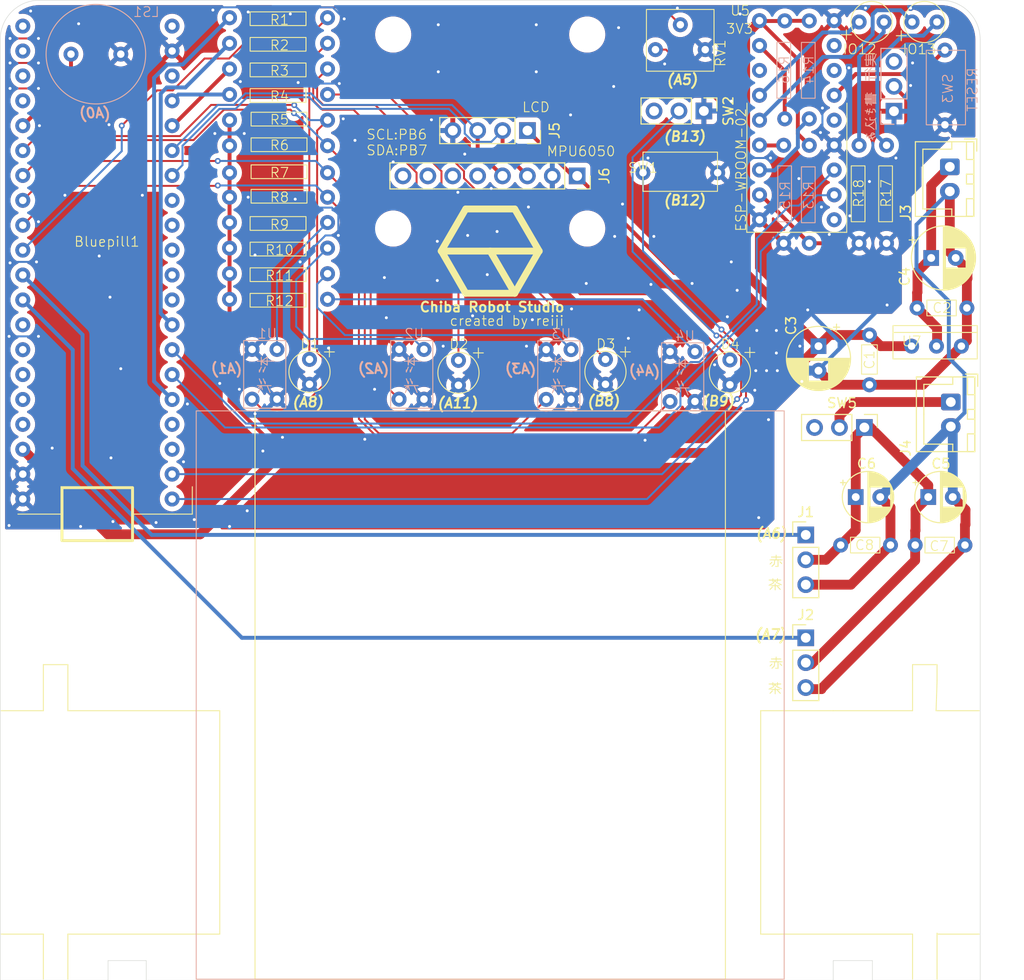
<source format=kicad_pcb>
(kicad_pcb (version 20240108) (generator "pcbnew") (generator_version "8.0")
  (layers (0 "F.Cu" signal) (31 "B.Cu" signal) (34 "B.Paste" user) (35 "F.Paste" user) (36 "B.SilkS" user "B.Silkscreen") (37 "F.SilkS" user "F.Silkscreen") (38 "B.Mask" user) (39 "F.Mask" user) (44 "Edge.Cuts" user))
  (net 0 "")
  (net 1 "Net-(Bluepill1-A10)")
  (net 2 "Net-(Bluepill1-A0)")
  (net 3 "Net-(Bluepill1-A1)")
  (net 5 "Net-(Bluepill1-B12)")
  (net 6 "Net-(Bluepill1-B13)")
  (net 7 "Net-(Bluepill1-B9)")
  (net 8 "GND")
  (net 9 "Net-(Bluepill1-A4)")
  (net 12 "Net-(Bluepill1-A3)")
  (net 14 "Net-(Bluepill1-B6)")
  (net 15 "Net-(Bluepill1-A2)")
  (net 16 "Net-(Bluepill1-A11)")
  (net 18 "Net-(Bluepill1-A5)")
  (net 20 "+3.3V")
  (net 23 "Net-(Bluepill1-A6)")
  (net 24 "Net-(Bluepill1-A7)")
  (net 25 "+6V")
  (net 26 "Net-(D1-A)")
  (net 27 "Net-(D2-A)")
  (net 28 "Net-(D3-A)")
  (net 29 "Net-(D4-A)")
  (net 30 "Net-(U1-A)")
  (net 31 "Net-(U2-A)")
  (net 32 "Net-(U3-A)")
  (net 33 "Net-(U4-A)")
  (net 35 "Net-(Bluepill1-B8)")
  (net 36 "Net-(Bluepill1-A8)")
  (net 37 "Net-(Bluepill1-B7)")
  (net 38 "Net-(Bluepill1-A9)")
  (net 39 "+4V")
  (net 40 "Net-(D5-A)")
  (net 41 "Net-(D6-A)")
  (net 46 "Net-(SW4-B)")
  (net 47 "Net-(U5-IO2)")
  (net 48 "Net-(U5-IO15)")
  (net 49 "Net-(U5-EN)")
  (net 50 "Net-(U5-RST)")
  (net 57 "Net-(J4-Pin_1)")
  (net 59 "Net-(D5-K)")
  (net 60 "Net-(D6-K)")
  (footprint "Connector_PinSocket_2.54mm:PinSocket_1x04_P2.54mm_Vertical" (layer "F.Cu") (at 83.8 33.3 -90)
    (property "Reference" "J5")
    (property "Value" "Conn_01x04_Socket")
  )
  (footprint "Line_follower_robot:resistor_10mm" (layer "F.Cu") (at 63.4 34.844 180)
    (property "Reference" "R6")
    (property "Value" "10k")
  )
  (footprint "Line_follower_robot:LED_2.54mm" (layer "F.Cu") (at 117.648888 22.218888)
    (property "Reference" "IO12")
    (property "Value" "LED")
  )
  (footprint "Connector_PinHeader_2.54mm:PinHeader_1x03_P2.54mm_Vertical" (layer "F.Cu") (at 112.2 85.06)
    (property "Reference" "J2")
    (property "Value" "Conn_01x03")
  )
  (footprint "Capacitor_THT:CP_Radial_D5.0mm_P2.50mm" (layer "F.Cu") (at 117.3 70.7)
    (property "Reference" "C6")
    (property "Value" "100u")
  )
  (footprint "Line_follower_robot:blue pill" (layer "F.Cu") (at 32.3 22.64)
    (property "Reference" "Bluepill1")
    (property "Value" "~")
  )
  (footprint "Line_follower_robot:resistor_10mm" (layer "F.Cu") (at 53.4 24.396)
    (property "Reference" "R2")
    (property "Value" "440")
  )
  (footprint "Connector_PinSocket_2.54mm:PinSocket_1x08_P2.54mm_Vertical" (layer "F.Cu") (at 88.875 37.925 -90)
    (property "Reference" "J6")
    (property "Value" "Conn_01x08_Socket")
  )
  (footprint "Line_follower_robot:resistor_10mm" (layer "F.Cu") (at 63.4 40.1 180)
    (property "Reference" "R8")
    (property "Value" "10k")
  )
  (footprint "MountingHole:MountingHole_3.2mm_M3" (layer "F.Cu") (at 35 84)
    (property "Reference" "REF**" (hide yes))
    (property "Value" "MountingHole_3.2mm_M3" (hide yes))
  )
  (footprint "Connector_JST:JST_XH_B2B-XH-A_1x02_P2.50mm_Vertical" (layer "F.Cu") (at 126.9 37 -90)
    (property "Reference" "J3")
    (property "Value" "Conn_01x02")
  )
  (footprint "Line_follower_robot:resistor_10mm" (layer "F.Cu") (at 53.4 50.516)
    (property "Reference" "R12")
    (property "Value" "100")
  )
  (footprint "Capacitor_THT:CP_Radial_D6.3mm_P2.50mm" (layer "F.Cu") (at 113.5 55.3 -90)
    (property "Reference" "C3")
    (property "Value" "10u")
  )
  (footprint "MountingHole:MountingHole_3.2mm_M3" (layer "F.Cu") (at 89.9 23.5)
    (property "Reference" "REF**" (hide yes))
    (property "Value" "MountingHole_3.2mm_M3" (hide yes))
  )
  (footprint "Line_follower_robot:LED_2.54mm" (layer "F.Cu") (at 123.048888 22.218888)
    (property "Reference" "IO13")
    (property "Value" "LED")
  )
  (footprint "Line_follower_robot:LED_2.54mm" (layer "F.Cu") (at 76.758888 56.748888 -90)
    (property "Reference" "D2")
    (property "Value" "LED")
  )
  (footprint "Connector_PinHeader_2.54mm:PinHeader_1x03_P2.54mm_Vertical" (layer "F.Cu") (at 118.18 63.6 -90)
    (property "Reference" "SW5")
    (property "Value" "SW_SPDT_321")
  )
  (footprint "Line_follower_robot:tact_switch" (layer "F.Cu") (at 95.59 37.6)
    (property "Reference" "SW1")
    (property "Value" "SW_Push")
  )
  (footprint "Connector_PinHeader_2.54mm:PinHeader_1x03_P2.54mm_Vertical" (layer "F.Cu") (at 112.2 74.56)
    (property "Reference" "J1")
    (property "Value" "Conn_01x03")
  )
  (footprint "Line_follower_robot:LED_2.54mm" (layer "F.Cu") (at 61.558888 56.648888 -90)
    (property "Reference" "D1")
    (property "Value" "LED")
  )
  (footprint "Line_follower_robot:LED_2.54mm" (layer "F.Cu") (at 91.758888 56.648888 -90)
    (property "Reference" "D3")
    (property "Value" "LED")
  )
  (footprint "Line_follower_robot:resistor_10mm" (layer "F.Cu") (at 117.644 34.8 -90)
    (property "Reference" "R18")
    (property "Value" "440")
  )
  (footprint "Connector_JST:JST_XH_B2B-XH-A_1x02_P2.50mm_Vertical" (layer "F.Cu") (at 127 61 -90)
    (property "Reference" "J4")
    (property "Value" "Conn_01x02")
  )
  (footprint "Line_follower_robot:Potentionmeter" (layer "F.Cu") (at 101.94 25.04 180)
    (property "Reference" "RV1")
    (property "Value" "R_Potentiometer")
  )
  (footprint "Line_follower_robot:resistor_10mm" (layer "F.Cu") (at 53.4 42.68)
    (property "Reference" "R9")
    (property "Value" "100")
  )
  (footprint "Line_follower_robot:3v3regulator" (layer "F.Cu") (at 123 55.3)
    (property "Reference" "U7")
    (property "Value" "AZ1117-3.3")
  )
  (footprint "Line_follower_robot:LED_2.54mm" (layer "F.Cu") (at 104.458888 56.7 -90)
    (property "Reference" "D4")
    (property "Value" "LED")
  )
  (footprint "Line_follower_robot:esp32_wroom_02" (layer "F.Cu") (at 107.48 22.08)
    (property "Reference" "U5")
    (property "Value" "esp_wroom_02")
  )
  (footprint "Line_follower_robot:capa_5.1" (layer "F.Cu") (at 123.56 51.4)
    (property "Reference" "C2")
    (property "Value" "0.1u")
  )
  (footprint "Line_follower_robot:resistor_10mm" (layer "F.Cu") (at 63.4 37.6 180)
    (property "Reference" "R7")
    (property "Value" "10k")
  )
  (footprint "Capacitor_THT:CP_Radial_D5.0mm_P2.50mm" (layer "F.Cu") (at 124.7 70.7)
    (property "Reference" "C5")
    (property "Value" "100u")
  )
  (footprint "MountingHole:MountingHole_3.2mm_M3" (layer "F.Cu") (at 125 84)
    (property "Reference" "REF**" (hide yes))
    (property "Value" "MountingHole_3.2mm_M3")
  )
  (footprint "Line_follower_robot:resistor_10mm" (layer "F.Cu") (at 63.4 32.232 180)
    (property "Reference" "R5")
    (property "Value" "10k")
  )
  (footprint "Line_follower_robot:resistor_10mm" (layer "F.Cu") (at 53.4 27.008)
    (property "Reference" "R3")
    (property "Value" "440")
  )
  (footprint "MountingHole:MountingHole_3.2mm_M3" (layer "F.Cu") (at 89.9 43.3)
    (property "Reference" "REF**" (hide yes))
    (property "Value" "MountingHole_3.2mm_M3" (hide yes))
  )
  (footprint "MountingHole:MountingHole_3.2mm_M3" (layer "F.Cu") (at 70.1 23.5)
    (property "Reference" "REF**" (hide yes))
    (property "Value" "MountingHole_3.2mm_M3" (hide yes))
  )
  (footprint "Line_follower_robot:resistor_10mm" (layer "F.Cu") (at 53.4 47.904)
    (property "Reference" "R11")
    (property "Value" "100")
  )
  (footprint "Connector_PinHeader_2.54mm:PinHeader_1x03_P2.54mm_Vertical" (layer "F.Cu") (at 101.8 31.3 -90)
    (property "Reference" "SW2")
    (property "Value" "SW_SPDT_321")
  )
  (footprint "Line_follower_robot:capa_5.1" (layer "F.Cu") (at 115.765112 75.6)
    (property "Reference" "C8")
    (property "Value" "0.1u")
  )
  (footprint "Line_follower_robot:resistor_10mm" (layer "F.Cu") (at 53.4 21.784)
    (property "Reference" "R1")
    (property "Value" "440")
  )
  (footprint "Line_follower_robot:resistor_10mm" (layer "F.Cu") (at 120.444 34.8 -90)
    (property "Reference" "R17")
    (property "Value" "440")
  )
  (footprint "Capacitor_THT:CP_Radial_D6.3mm_P2.50mm" (layer "F.Cu") (at 125 46.3)
    (property "Reference" "C4")
    (property "Value" "10u")
  )
  (footprint "Line_follower_robot:resistor_10mm" (layer "F.Cu") (at 53.4 29.62)
    (property "Reference" "R4")
    (property "Value" "440")
  )
  (footprint "Line_follower_robot:capa_5.1" (layer "F.Cu") (at 123.365112 75.6)
    (property "Reference" "C7")
    (property "Value" "0.1u")
  )
  (footprint "Line_follower_robot:capa_5.1" (layer "F.Cu") (at 118.7 54.16 -90)
    (property "Reference" "C1")
    (property "Value" "0.1u")
  )
  (footprint "Line_follower_robot:resistor_10mm" (layer "F.Cu") (at 53.4 45.292)
    (property "Reference" "R10")
    (property "Value" "100")
  )
  (footprint "MountingHole:MountingHole_3.2mm_M3" (layer "F.Cu") (at 70.1 43.3)
    (property "Reference" "REF**" (hide yes))
    (property "Value" "MountingHole_3.2mm_M3" (hide yes))
  )
  (footprint "Line_follower_robot:resistor_10mm" (layer "B.Cu") (at 109.944 34.8 -90)
    (property "Reference" "R15")
    (property "Value" "10k")
  )
  (footprint "Line_follower_robot:photo_refrector" (layer "B.Cu") (at 88.25 55.65 180)
    (property "Reference" "U3")
    (property "Value" "BPR-105F")
  )
  (footprint "Line_follower_robot:resistor_10mm" (layer "B.Cu") (at 110.056 32.1 90)
    (property "Reference" "R16")
    (property "Value" "10k")
  )
  (footprint "Line_follower_robot:photo_refrector" (layer "B.Cu") (at 58.24 55.63 180)
    (property "Reference" "U1")
    (property "Value" "BPR-105F")
  )
  (footprint "Connector_PinHeader_2.54mm:PinHeader_1x03_P2.54mm_Vertical" (layer "B.Cu") (at 121.2 31.325)
    (property "Reference" "SW4" (hide yes))
    (property "Value" "SW_SPDT_321")
  )
  (footprint "Line_follower_robot:resistor_10mm" (layer "B.Cu") (at 112.556 32.1 90)
    (property "Reference" "R14")
    (property "Value" "10k")
  )
  (footprint "Line_follower_robot:photo_refrector" (layer "B.Cu") (at 73.24 55.63 180)
    (property "Reference" "U2")
    (property "Value" "BPR-105F")
  )
  (footprint "Line_follower_robot:my_speaker" (layer "B.Cu") (at 42.3 25.5 180)
    (property "Reference" "LS1")
    (property "Value" "Speaker")
  )
  (footprint "Line_follower_robot:tact_switch" (layer "B.Cu") (at 126.4 32.71 90)
    (property "Reference" "SW3")
    (property "Value" "SW_Push")
  )
  (footprint "Line_follower_robot:photo_refrector" (layer "B.Cu") (at 100.89 55.86 180)
    (property "Reference" "U4")
    (property "Value" "BPR-105F")
  )
  (footprint "Line_follower_robot:resistor_10mm" (layer "B.Cu") (at 112.556 44.8 90)
    (property "Reference" "R13")
    (property "Value" "10k")
  )
  (gr_rect (start 50 61.9) (end 110 119.9) (stroke (width 0.1)) (fill none) (layer "B.SilkS"))
  (gr_line (start 82.5 49.9) (end 84.95 45.65) (stroke (width 0.7)) (layer "F.SilkS"))
  (gr_line (start 116.38 41.98) (end 116.4 30.5) (stroke (width 0.1)) (layer "F.SilkS"))
  (gr_line (start 106.18 41.88) (end 106.2 30.5) (stroke (width 0.1)) (layer "F.SilkS"))
  (gr_line (start 82.5 49.9) (end 80 45.6) (stroke (width 0.7)) (layer "F.SilkS"))
  (gr_line (start 52.4 92.5) (end 52.4 115.3) (stroke (width 0.1)) (layer "F.SilkS"))
  (gr_line (start 77.5 49.9) (end 75.049982 45.65001) (stroke (width 0.7)) (layer "F.SilkS"))
  (gr_line (start 34.4 92.5) (end 34.4 87.8) (stroke (width 0.1)) (layer "F.SilkS"))
  (gr_line (start 34.4 92.5) (end 30.1 92.5) (stroke (width 0.1)) (layer "F.SilkS"))
  (gr_line (start 36.9 115.3) (end 36.9 119.9) (stroke (width 0.1)) (layer "F.SilkS"))
  (gr_line (start 36.9 92.5) (end 52.4 92.5) (stroke (width 0.1)) (layer "F.SilkS"))
  (gr_line (start 107.6 92.5) (end 115 92.5) (stroke (width 0.1)) (layer "F.SilkS"))
  (gr_line (start 75 45.6) (end 77.5 41.3) (stroke (width 0.7)) (layer "F.SilkS"))
  (gr_line (start 125.6 87.8) (end 125.6 89.4) (stroke (width 0.1)) (layer "F.SilkS"))
  (gr_line (start 123.1 89.4) (end 123.1 87.8) (stroke (width 0.1)) (layer "F.SilkS"))
  (gr_line (start 129.9 115.3) (end 125.6 115.3) (stroke (width 0.1)) (layer "F.SilkS"))
  (gr_line (start 123.1 92.5) (end 123.1 89.4) (stroke (width 0.1)) (layer "F.SilkS"))
  (gr_line (start 52.4 115.3) (end 36.9 115.3) (stroke (width 0.1)) (layer "F.SilkS"))
  (gr_line (start 125.5 92.5) (end 129.9 92.5) (stroke (width 0.1)) (layer "F.SilkS"))
  (gr_line (start 75 45.6) (end 85 45.6) (stroke (width 0.7)) (layer "F.SilkS"))
  (gr_line (start 34.4 119.9) (end 34.4 115.3) (stroke (width 0.1)) (layer "F.SilkS"))
  (gr_line (start 34.4 87.8) (end 36.9 87.8) (stroke (width 0.1)) (layer "F.SilkS"))
  (gr_rect (start 56 61.9) (end 104 119.9) (stroke (width 0.1)) (fill none) (layer "F.SilkS"))
  (gr_line (start 77.5 49.9) (end 82.5 49.9) (stroke (width 0.7)) (layer "F.SilkS"))
  (gr_line (start 123.1 119.9) (end 123.1 115.3) (stroke (width 0.1)) (layer "F.SilkS"))
  (gr_line (start 34.4 115.3) (end 30.1 115.3) (stroke (width 0.1)) (layer "F.SilkS"))
  (gr_line (start 123.1 87.8) (end 125.6 87.8) (stroke (width 0.1)) (layer "F.SilkS"))
  (gr_line (start 115 92.5) (end 123.1 92.5) (stroke (width 0.1)) (layer "F.SilkS"))
  (gr_line (start 85 45.6) (end 82.499964 41.300021) (stroke (width 0.7)) (layer "F.SilkS"))
  (gr_line (start 125.6 115.2) (end 125.6 119.9) (stroke (width 0.1)) (layer "F.SilkS"))
  (gr_line (start 107.6 115.3) (end 107.6 92.5) (stroke (width 0.1)) (layer "F.SilkS"))
  (gr_line (start 125.6 89.4) (end 125.5 92.5) (stroke (width 0.1)) (layer "F.SilkS"))
  (gr_line (start 123.1 115.3) (end 107.6 115.3) (stroke (width 0.1)) (layer "F.SilkS"))
  (gr_line (start 36.9 87.8) (end 36.9 92.5) (stroke (width 0.1)) (layer "F.SilkS"))
  (gr_line (start 77.5 41.3) (end 82.5 41.3) (stroke (width 0.7)) (layer "F.SilkS"))
  (gr_line (start 30 120) (end 41 120) (stroke (width 0.05)) (layer "Edge.Cuts"))
  (gr_line (start 130 92.5) (end 130 24) (stroke (width 0.05)) (layer "Edge.Cuts"))
  (gr_arc (start 126 20) (mid 128.828427 21.171573) (end 130 24) (stroke (width 0.05)) (layer "Edge.Cuts"))
  (gr_line (start 30 92.5) (end 30 24) (stroke (width 0.05)) (layer "Edge.Cuts"))
  (gr_line (start 115 118) (end 115 120) (stroke (width 0.05)) (layer "Edge.Cuts"))
  (gr_line (start 119 118) (end 115 118) (stroke (width 0.05)) (layer "Edge.Cuts"))
  (gr_line (start 130 120) (end 130 92.5) (stroke (width 0.05)) (layer "Edge.Cuts"))
  (gr_line (start 44.9 120) (end 44.9 118) (stroke (width 0.05)) (layer "Edge.Cuts"))
  (gr_line (start 44.9 118) (end 41 118) (stroke (width 0.05)) (layer "Edge.Cuts"))
  (gr_line (start 119 120) (end 119 118) (stroke (width 0.05)) (layer "Edge.Cuts"))
  (gr_arc (start 30 24) (mid 31.171573 21.171573) (end 34 20) (stroke (width 0.05)) (layer "Edge.Cuts"))
  (gr_line (start 30 120) (end 30 92.5) (stroke (width 0.05)) (layer "Edge.Cuts"))
  (gr_line (start 119 120) (end 130 120) (stroke (width 0.05)) (layer "Edge.Cuts"))
  (gr_line (start 34 20) (end 126 20) (stroke (width 0.05)) (layer "Edge.Cuts"))
  (gr_line (start 41 118) (end 41 120) (stroke (width 0.05)) (layer "Edge.Cuts"))
  (gr_line (start 44.9 120) (end 115 120) (stroke (width 0.05)) (layer "Edge.Cuts"))
  (gr_text "RESET" (at 129.8 26.8 90) (layer "B.SilkS") (effects (font (size 1 1) (thickness 0.1)) (justify left bottom mirror)))
  (gr_text "(A4)" (at 97.49 58.41 0) (layer "B.SilkS") (effects (font (size 1 1) (thickness 0.2) (bold yes) (italic yes)) (justify left bottom mirror)))
  (gr_text "(A1)" (at 54.84 58.18 0) (layer "B.SilkS") (effects (font (size 1 1) (thickness 0.2) (bold yes) (italic yes)) (justify left bottom mirror)))
  (gr_text "(A3)" (at 84.85 58.2 0) (layer "B.SilkS") (effects (font (size 1 1) (thickness 0.2) (bold yes) (italic yes)) (justify left bottom mirror)))
  (gr_text "(A0)" (at 41.4 32.1 0) (layer "B.SilkS") (effects (font (size 1 1) (thickness 0.2) (bold yes) (italic yes)) (justify left bottom mirror)))
  (gr_text "実行　書き込み" (at 119.5 25.3 90) (layer "B.SilkS") (effects (font (size 1 1) (thickness 0.1)) (justify left bottom mirror)))
  (gr_text "(A2)" (at 69.84 58.18 0) (layer "B.SilkS") (effects (font (size 1 1) (thickness 0.2) (bold yes) (italic yes)) (justify left bottom mirror)))
  (gr_text "(B13)" (at 97.6 34.5 0) (layer "F.SilkS") (effects (font (size 1 1) (thickness 0.2) (bold yes) (italic yes)) (justify left bottom)))
  (gr_text "(A5)" (at 97.9 28.7 0) (layer "F.SilkS") (effects (font (size 1 1) (thickness 0.2) (bold yes) (italic yes)) (justify left bottom)))
  (gr_text "Chiba Robot Studio" (at 72.7 51.9 0) (layer "F.SilkS") (effects (font (size 1 1) (thickness 0.2) (bold yes)) (justify left bottom)))
  (gr_text "LCD" (at 83.2 31.5 0) (layer "F.SilkS") (effects (font (size 1 1) (thickness 0.1)) (justify left bottom)))
  (gr_text "赤" (at 108.4 77.9 0) (layer "F.SilkS") (effects (font (size 1 1) (thickness 0.1)) (justify left bottom)))
  (gr_text "(B12)" (at 97.6 41 0) (layer "F.SilkS") (effects (font (size 1 1) (thickness 0.2) (bold yes) (italic yes)) (justify left bottom)))
  (gr_text "(B8)" (at 89.8 61.5 0) (layer "F.SilkS") (effects (font (size 1 1) (thickness 0.2) (bold yes) (italic yes)) (justify left bottom)))
  (gr_text "赤" (at 108.4 88.3 0) (layer "F.SilkS") (effects (font (size 1 1) (thickness 0.1)) (justify left bottom)))
  (gr_text "(B9)" (at 101.5 61.5 0) (layer "F.SilkS") (effects (font (size 1 1) (thickness 0.2) (bold yes) (italic yes)) (justify left bottom)))
  (gr_text "created by reiji" (at 75.8 53.3 0) (layer "F.SilkS") (effects (font (size 1 1) (thickness 0.1)) (justify left bottom)))
  (gr_text "(A8)" (at 59.7 61.6 0) (layer "F.SilkS") (effects (font (size 1 1) (thickness 0.2) (bold yes) (italic yes)) (justify left bottom)))
  (gr_text "ESP-WROOM-02" (at 106.18 43.68 90) (layer "F.SilkS") (effects (font (size 1 1) (thickness 0.1)) (justify left bottom)))
  (gr_text "(A11)" (at 74.5 61.7 0) (layer "F.SilkS") (effects (font (size 1 1) (thickness 0.2) (bold yes) (italic yes)) (justify left bottom)))
  (gr_text "茶" (at 108.3 80.3 0) (layer "F.SilkS") (effects (font (size 1 1) (thickness 0.1)) (justify left bottom)))
  (gr_text "3V3" (at 104 23.5 0) (layer "F.SilkS") (effects (font (size 1 1) (thickness 0.1)) (justify left bottom)))
  (gr_text "MPU6050" (at 85.7 36 0) (layer "F.SilkS") (effects (font (size 1 1) (thickness 0.1)) (justify left bottom)))
  (gr_text "(A6)" (at 107 75 0) (layer "F.SilkS") (effects (font (size 1 1) (thickness 0.2) (bold yes) (italic yes)) (justify left bottom)))
  (gr_text "(A7)" (at 106.9 85.3 0) (layer "F.SilkS") (effects (font (size 1 1) (thickness 0.2) (bold yes) (italic yes)) (justify left bottom)))
  (gr_text "茶" (at 108.3 90.9 0) (layer "F.SilkS") (effects (font (size 1 1) (thickness 0.1)) (justify left bottom)))
  (gr_text "SCL:PB6\nSDA:PB7" (at 67.3 35.9 0) (layer "F.SilkS") (effects (font (size 1 1) (thickness 0.1)) (justify left bottom)))
  (segment (start 107.2 51.051895) (end 101.329895 56.922) (width 0.2) (layer "B.Cu") (net 1))
  (segment (start 101.329895 56.922) (end 100.450105 56.922) (width 0.2) (layer "B.Cu") (net 1))
  (segment (start 55.08 63.2) (end 47.54 55.66) (width 0.2) (layer "B.Cu") (net 1))
  (segment (start 100.450105 56.922) (end 94.172105 63.2) (width 0.2) (layer "B.Cu") (net 1))
  (segment (start 115.1 37.36) (end 111.498 40.962) (width 0.2) (layer "B.Cu") (net 1))
  (segment (start 94.172105 63.2) (end 55.08 63.2) (width 0.2) (layer "B.Cu") (net 1))
  (segment (start 107.2 44.3) (end 107.2 51.051895) (width 0.2) (layer "B.Cu") (net 1))
  (segment (start 111.498 40.962) (end 110.538 40.962) (width 0.2) (layer "B.Cu") (net 1))
  (segment (start 110.538 40.962) (end 107.2 44.3) (width 0.2) (layer "B.Cu") (net 1))
  (segment (start 37.22 27.88) (end 32.3 32.8) (width 0.4) (layer "F.Cu") (net 2))
  (segment (start 37.22 25.5) (end 37.22 27.88) (width 0.4) (layer "F.Cu") (net 2))
  (segment (start 62.338 33.294) (end 62.338 55.926105) (width 0.2) (layer "F.Cu") (net 3))
  (segment (start 62.9 56.488105) (end 62.9 59.349671) (width 0.2) (layer "F.Cu") (net 3))
  (segment (start 51.4 30.8) (end 51.518 30.682) (width 0.2) (layer "F.Cu") (net 3))
  (segment (start 51.518 30.682) (end 53.8 30.682) (width 0.2) (layer "F.Cu") (net 3))
  (segment (start 56.79 61.8) (end 55.7 60.71) (width 0.2) (layer "F.Cu") (net 3))
  (segment (start 48.338 33.862) (end 51.4 30.8) (width 0.2) (layer "F.Cu") (net 3))
  (segment (start 63.4 32.232) (end 62.338 33.294) (width 0.2) (layer "F.Cu") (net 3))
  (segment (start 59.982 30.682) (end 60 30.7) (width 0.2) (layer "F.Cu") (net 3))
  (segment (start 32.3 35.34) (end 33.778 33.862) (width 0.2) (layer "F.Cu") (net 3))
  (segment (start 53.8 30.682) (end 59.982 30.682) (width 0.2) (layer "F.Cu") (net 3))
  (segment (start 33.778 33.862) (end 48.338 33.862) (width 0.2) (layer "F.Cu") (net 3))
  (segment (start 62.9 59.349671) (end 60.449671 61.8) (width 0.2) (layer "F.Cu") (net 3))
  (segment (start 62.338 55.926105) (end 62.9 56.488105) (width 0.2) (layer "F.Cu") (net 3))
  (segment (start 60.449671 61.8) (end 56.79 61.8) (width 0.2) (layer "F.Cu") (net 3))
  (via (at 60 30.7) (size 0.6) (drill 0.3) (layers "F.Cu" "B.Cu") (net 3))
  (segment (start 60 30.7) (end 61.532 32.232) (width 0.2) (layer "B.Cu") (net 3))
  (segment (start 61.532 32.232) (end 63.4 32.232) (width 0.2) (layer "B.Cu") (net 3))
  (segment (start 106.1 56.1) (end 106.1 60.8) (width 0.2) (layer "F.Cu") (net 5))
  (segment (start 103.6 53.6) (end 106.1 56.1) (width 0.2) (layer "F.Cu") (net 5))
  (via (at 103.6 53.6) (size 0.6) (drill 0.3) (layers "F.Cu" "B.Cu") (net 5))
  (via (at 106.1 60.8) (size 0.6) (drill 0.3) (layers "F.Cu" "B.Cu") (net 5))
  (segment (start 106.1 60.8) (end 96 70.9) (width 0.2) (layer "B.Cu") (net 5))
  (segment (start 95.59 45.59) (end 103.6 53.6) (width 0.2) (layer "B.Cu") (net 5))
  (segment (start 95.59 37.6) (end 95.59 45.59) (width 0.2) (layer "B.Cu") (net 5))
  (segment (start 96 70.9) (end 47.54 70.9) (width 0.2) (layer "B.Cu") (net 5))
  (segment (start 105.6 60.3) (end 105.2 60.7) (width 0.2) (layer "F.Cu") (net 6))
  (segment (start 103.087851 54.214579) (end 103.475362 54.214579) (width 0.2) (layer "F.Cu") (net 6))
  (segment (start 103.475362 54.214579) (end 105.6 56.339217) (width 0.2) (layer "F.Cu") (net 6))
  (segment (start 105.6 56.339217) (end 105.6 60.3) (width 0.2) (layer "F.Cu") (net 6))
  (via (at 103.087851 54.214579) (size 0.6) (drill 0.3) (layers "F.Cu" "B.Cu") (net 6))
  (via (at 105.2 60.7) (size 0.6) (drill 0.3) (layers "F.Cu" "B.Cu") (net 6))
  (segment (start 94.528 36.032) (end 94.528 45.654728) (width 0.2) (layer "B.Cu") (net 6))
  (segment (start 94.528 45.654728) (end 103.087851 54.214579) (width 0.2) (layer "B.Cu") (net 6))
  (segment (start 105.2 60.7) (end 97.54 68.36) (width 0.2) (layer "B.Cu") (net 6))
  (segment (start 99.26 31.3) (end 94.528 36.032) (width 0.2) (layer "B.Cu") (net 6))
  (segment (start 97.54 68.36) (end 47.54 68.36) (width 0.2) (layer "B.Cu") (net 6))
  (segment (start 48.18 29.62) (end 47.54 30.26) (width 0.4) (layer "B.Cu") (net 7))
  (segment (start 53.4 29.62) (end 48.18 29.62) (width 0.4) (layer "B.Cu") (net 7))
  (segment (start 120.845112 71.745112) (end 119.8 70.7) (width 1) (layer "F.Cu") (net 8))
  (segment (start 111.2 46.056) (end 109.944 44.8) (width 0.4) (layer "F.Cu") (net 8))
  (segment (start 127.5 46.3) (end 128.7 47.5) (width 1) (layer "F.Cu") (net 8))
  (segment (start 120.845112 75.6) (end 116.805112 79.64) (width 1) (layer "F.Cu") (net 8))
  (segment (start 128.7 47.5) (end 128.7 48.4) (width 1) (layer "F.Cu") (net 8))
  (segment (start 128.08 55.3) (end 124.14 59.24) (width 1) (layer "F.Cu") (net 8))
  (segment (start 128.7 48.4) (end 128.64 48.46) (width 1) (layer "F.Cu") (net 8))
  (segment (start 128.445112 73.554888) (end 128.445112 75.6) (width 1) (layer "F.Cu") (net 8))
  (segment (start 107.48 42.44) (end 107.584 42.44) (width 0.4) (layer "F.Cu") (net 8))
  (segment (start 31 29) (end 33.9 29) (width 0.2) (layer "F.Cu") (net 8))
  (segment (start 86.335 37.925) (end 86.335 39.565) (width 0.4) (layer "F.Cu") (net 8))
  (segment (start 114.94 59.24) (end 113.5 57.8) (width 1) (layer "F.Cu") (net 8))
  (segment (start 128.5 72) (end 128.5 73.5) (width 1) (layer "F.Cu") (net 8))
  (segment (start 120.845112 75.6) (end 120.845112 71.745112) (width 1) (layer "F.Cu") (net 8))
  (segment (start 112.4 51.6) (end 111.2 50.4) (width 0.4) (layer "F.Cu") (net 8))
  (segment (start 31 23.9) (end 33.9 23.9) (width 0.2) (layer "F.Cu") (net 8))
  (segment (start 128.5 73.5) (end 128.445112 73.554888) (width 1) (layer "F.Cu") (net 8))
  (segment (start 113.8 90.245112) (end 113.8 90.3) (width 1) (layer "F.Cu") (net 8))
  (segment (start 126.9 39.5) (end 126.9 45.7) (width 1) (layer "F.Cu") (net 8))
  (segment (start 113.8 90.3) (end 112.2 90.3) (width 1) (layer "F.Cu") (net 8))
  (segment (start 128.445112 75.6) (end 113.8 90.245112) (width 1) (layer "F.Cu") (net 8))
  (segment (start 128.64 54.74) (end 128.08 55.3) (width 1) (layer "F.Cu") (net 8))
  (segment (start 128.64 48.46) (end 128.64 51.4) (width 1) (layer "F.Cu") (net 8))
  (segment (start 126.9 45.7) (end 127.5 46.3) (width 1) (layer "F.Cu") (net 8))
  (segment (start 128.64 51.4) (end 128.64 54.74) (width 1) (layer "F.Cu") (net 8))
  (segment (start 127.2 70.7) (end 128.5 72) (width 1) (layer "F.Cu") (net 8))
  (segment (start 107.544 42.4) (end 109.944 44.8) (width 0.4) (layer "F.Cu") (net 8))
  (segment (start 124.14 59.24) (end 118.7 59.24) (width 1) (layer "F.Cu") (net 8))
  (segment (start 86.335 39.565) (end 84.8 41.1) (width 0.4) (layer "F.Cu") (net 8))
  (segment (start 84.8 41.1) (end 83.9 41.1) (width 0.4) (layer "F.Cu") (net 8))
  (segment (start 107.48 42.4) (end 107.544 42.4) (width 0.4) (layer "F.Cu") (net 8))
  (segment (start 33.9 26.4) (end 31 26.4) (width 0.2) (layer "F.Cu") (net 8))
  (segment (start 111.2 50.4) (end 111.2 46.056) (width 0.4) (layer "F.Cu") (net 8))
  (segment (start 118.7 59.24) (end 114.94 59.24) (width 1) (layer "F.Cu") (net 8))
  (segment (start 116.805112 79.64) (end 112.2 79.64) (width 1) (layer "F.Cu") (net 8))
  (via (at 79.7 48) (size 0.6) (drill 0.3) (layers "F.Cu" "B.Cu") (net 8))
  (via (at 65.1 21.9) (size 0.6) (drill 0.3) (layers "F.Cu" "B.Cu") (net 8))
  (via (at 36.6 39.9) (size 0.6) (drill 0.3) (layers "F.Cu" "B.Cu") (net 8))
  (via (at 84.7 22.5) (size 0.6) (drill 0.3) (layers "F.Cu" "B.Cu") (net 8))
  (via (at 109.2 53.7) (size 0.6) (drill 0.3) (layers "F.Cu" "B.Cu") (net 8))
  (via (at 31 46.8) (size 0.6) (drill 0.3) (layers "F.Cu" "B.Cu") (net 8))
  (via (at 56 62.2) (size 0.6) (drill 0.3) (layers "F.Cu" "B.Cu") (net 8))
  (via (at 122.9 20.8) (size 0.6) (drill 0.3) (layers "F.Cu" "B.Cu") (net 8))
  (via (at 74.6 44.6) (size 0.6) (drill 0.3) (layers "F.Cu" "B.Cu") (net 8))
  (via (at 97.8 26.5) (size 0.6) (drill 0.3) (layers "F.Cu" "B.Cu") (net 8))
  (via (at 53.4 73.7) (size 0.6) (drill 0.3) (layers "F.Cu" "B.Cu") (net 8))
  (via (at 111.8 58.9) (size 0.6) (drill 0.3) (layers "F.Cu" "B.Cu") (net 8))
  (via (at 44.5 39.9) (size 0.6) (drill 0.3) (layers "F.Cu" "B.Cu") (net 8))
  (via (at 41.1 32.7) (size 0.6) (drill 0.3) (layers "F.Cu" "B.Cu") (net 8))
  (via (at 77.7 44) (size 0.6) (drill 0.3) (layers "F.Cu" "B.Cu") (net 8))
  (via (at 95.2 51.6) (size 0.6) (drill 0.3) (layers "F.Cu" "B.Cu") (net 8))
  (via (at 49.8 73) (size 0.6) (drill 0.3) (layers "F.Cu" "B.Cu") (net 8))
  (via (at 105.2 49.6) (size 0.6) (drill 0.3) (layers "F.Cu" "B.Cu") (net 8))
  (via (at 31 23.9) (size 0.6) (drill 0.3) (layers "F.Cu" "B.Cu") (net 8))
  (via (at 88.2 31.7) (size 0.6) (drill 0.3) (layers "F.Cu" "B.Cu") (net 8))
  (via (at 94.1 54.5) (size 0.6) (drill 0.3) (layers "F.Cu" "B.Cu") (net 8))
  (via (at 64.5 44) (size 0.6) (drill 0.3) (layers "F.Cu" "B.Cu") (net 8))
  (via (at 108.4 62.8) (size 0.6) (drill 0.3) (layers "F.Cu" "B.Cu") (net 8))
  (via (at 41.3 66.7) (size 0.6) (drill 0.3) (layers "F.Cu" "B.Cu") (net 8))
  (via (at 74 32.2) (size 0.6) (drill 0.3) (layers "F.Cu" "B.Cu") (net 8))
  (via (at 74.7 22.5) (size 0.6) (drill 0.3) (layers "F.Cu" "B.Cu") (net 8))
  (via (at 31 26.4) (size 0.6) (drill 0.3) (layers "F.Cu" "B.Cu") (net 8))
  (via (at 58.8 64.6) (size 0.6) (drill 0.3) (layers "F.Cu" "B.Cu") (net 8))
  (via (at 63.5 55.5) (size 0.6) (drill 0.3) (layers "F.Cu" "B.Cu") (net 8))
  (via (at 67.2 64.8) (size 0.6) (drill 0.3) (layers "F.Cu" "B.Cu") (net 8))
  (via (at 121.4 36.1) (size 0.6) (drill 0.3) (layers "F.Cu" "B.Cu") (net 8))
  (via (at 56.8 66) (size 0.6) (drill 0.3) (layers "F.Cu" "B.Cu") (net 8))
  (via (at 69.4 52.4) (size 0.6) (drill 0.3) (layers "F.Cu" "B.Cu") (net 8))
  (via (at 33.9 42.6) (size 0.6) (drill 0.3) (layers "F.Cu" "B.Cu") (net 8))
  (via (at 33.9 23.9) (size 0.6) (drill 0.3) (layers "F.Cu" "B.Cu") (net 8))
  (via (at 108.6 36.1) (size 0.6) (drill 0.3) (layers "F.Cu" "B.Cu") (net 8))
  (via (at 80.7 43.6) (size 0.6) (drill 0.3) (layers "F.Cu" "B.Cu") (net 8))
  (via (at 93.5 40.8) (size 0.6) (drill 0.3) (layers "F.Cu" "B.Cu") (net 8))
  (via (at 96.7 44.1) (size 0.6) (drill 0.3) (layers "F.Cu" "B.Cu") (net 8))
  (via (at 54.4 59.7) (size 0.6) (drill 0.3) (layers "F.Cu" "B.Cu") (net 8))
  (via (at 95.8 64.9) (size 0.6) (drill 0.3) (layers "F.Cu" "B.Cu") (net 8))
  (via (at 40.1 46.1) (size 0.6) (drill 0.3) (layers "F.Cu" "B.Cu") (net 8))
  (via (at 68.2 59.7) (size 0.6) (drill 0.3) (layers "F.Cu" "B.Cu") (net 8))
  (via (at 114.6 43.9) (size 0.6) (drill 0.3) (layers "F.Cu" "B.Cu") (net 8))
  (via (at 84.7 27.3) (size 0.6) (drill 0.3) (layers "F.Cu" "B.Cu") (net 8))
  (via (at 51.7 21) (size 0.6) (drill 0.3) (layers "F.Cu" "B.Cu") (net 8))
  (via (at 96.1 36.1) (size 0.6) (drill 0.3) (layers "F.Cu" "B.Cu") (net 8))
  (via (at 30.9 54.3) (size 0.6) (drill 0.3) (layers "F.Cu" "B.Cu") (net 8))
  (via (at 45.9 73.3) (size 0.6) (drill 0.3) (layers "F.Cu" "B.Cu") (net 8))
  (via (at 93.1 22.8) (size 0.6) (drill 0.3) (layers "F.Cu" "B.Cu") (net 8))
  (via (at 69.2 48.3) (size 0.6) (drill 0.3) (layers "F.Cu" "B.Cu") (net 8))
  (via (at 55.3 21.2) (size 0.6) (drill 0.3) (layers "F.Cu" "B.Cu") (net 8))
  (via (at 107.4 72.8) (size 0.6) (drill 0.3) (layers "F.Cu" "B.Cu") (net 8))
  (via (at 48.7 67.1) (size 0.6) (drill 0.3) (layers "F.Cu" "B.Cu") (net 8))
  (via (at 54.9 33.6) (size 0.6) (drill 0.3) (layers "F.Cu" "B.Cu") (net 8))
  (via (at 60.6 46.7) (size 0.6) (drill 0.3) (layers "F.Cu" "B.Cu") (net 8))
  (via (at 111.5 38.2) (size 0.6) (drill 0.3) (layers "F.Cu" "B.Cu") (net 8))
  (via (at 112.4 51.6) (size 0.6) (drill 0.3) (layers "F.Cu" "B.Cu") (net 8))
  (via (at 92.6 28.8) (size 0.6) (drill 0.3) (layers "F.Cu" "B.Cu") (net 8))
  (via (at 83.7 55.3) (size 0.6) (drill 0.3) (layers "F.Cu" "B.Cu") (net 8))
  (via (at 78.2 52.2) (size 0.6) (drill 0.3) (layers "F.Cu" "B.Cu") (net 8))
  (via (at 59.6 21.4) (size 0.6) (drill 0.3) (layers "F.Cu" "B.Cu") (net 8))
  (via (at 113.8 41.1) (size 0.6) (drill 0.3) (layers "F.Cu" "B.Cu") (net 8))
  (via (at 120.5 51.1) (size 0.6) (drill 0.3) (layers "F.Cu" "B.Cu") (net 8))
  (via (at 74.7 27.3) (size 0.6) (drill 0.3) (layers "F.Cu" "B.Cu") (net 8))
  (via (at 33.1 21.1) (size 0.6) (drill 0.3) (layers "F.Cu" "B.Cu") (net 8))
  (via (at 88.3 51.5) (size 0.6) (drill 0.3) (layers "F.Cu" "B.Cu") (net 8))
  (via (at 111.6 55.3) (size 0.6) (drill 0.3) (layers "F.Cu" "B.Cu") (net 8))
  (via (at 56 46) (size 0.6) (drill 0.3) (layers "F.Cu" "B.Cu") (net 8))
  (via (at 104.6 30.3) (size 0.6) (drill 0.3) (layers "F.Cu" "B.Cu") (net 8))
  (via (at 113.7 33.5) (size 0.6) (drill 0.3) (layers "F.Cu" "B.Cu") (net 8))
  (via (at 80.1 39.2) (size 0.6) (drill 0.3) (layers "F.Cu" "B.Cu") (net 8))
  (via (at 38 22.4) (size 0.6) (drill 0.3) (layers "F.Cu" "B.Cu") (net 8))
  (via (at 109.3 57.8) (size 0.6) (drill 0.3) (layers "F.Cu" "B.Cu") (net 8))
  (via (at 118.3 20.8) (size 0.6) (drill 0.3) (layers "F.Cu" "B.Cu") (net 8))
  (via (at 66.2 34.3) (size 0.6) (drill 0.3) (layers "F.Cu" "B.Cu") (net 8))
  (via (at 92.7 44.1) (size 0.6) (drill 0.3) (layers "F.Cu" "B.Cu") (net 8))
  (via (at 116.6 26.9) (size 0.6) (drill 0.3) (layers "F.Cu" "B.Cu") (net 8))
  (via (at 55.2 72.1) (size 0.6) (drill 0.3) (layers "F.Cu" "B.Cu") (net 8))
  (via (at 102.9 57.2) (size 0.6) (drill 0.3) (layers "F.Cu" "B.Cu") (net 8))
  (via (at 108.2 57.8) (size 0.6) (drill 0.3) (layers "F.Cu" "B.Cu") (net 8))
  (via (at 105.5 21.4) (size 0.6) (drill 0.3) (layers "F.Cu" "B.Cu") (net 8))
  (via (at 75.2 55.3) (size 0.6) (drill 0.3) (layers "F.Cu" "B.Cu") (net 8))
  (via (at 64.6 28.5) (size 0.6) (drill 0.3) (layers "F.Cu" "B.Cu") (net 8))
  (via (at 109.2 56) (size 0.6) (drill 0.3) (layers "F.Cu" "B.Cu") (net 8))
  (via (at 34 32.8) (size 0.6) (drill 0.3) (layers "F.Cu" "B.Cu") (net 8))
  (via (at 52.4 59.1) (size 0.6) (drill 0.3) (layers "F.Cu" "B.Cu") (net 8))
  (via (at 96.4 49) (size 0.6) (drill 0.3) (layers "F.Cu" "B.Cu") (net 8))
  (via (at 70.1 36.5) (size 0.6) (drill 0.3) (layers "F.Cu" "B.Cu") (net 8))
  (via (at 49.1 61.2) (size 0.6) (drill 0.3) (layers "F.Cu" "B.Cu") (net 8))
  (via (at 104.6 46.7) (size 0.6) (drill 0.3) (layers "F.Cu" "B.Cu") (net 8))
  (via (at 122.9 28.7) (size 0.6) (drill 0.3) (layers "F.Cu" "B.Cu") (net 8))
  (via (at 31 29) (size 0.6) (drill 0.3) (layers "F.Cu" "B.Cu") (net 8))
  (via (at 33.9 54.3) (size 0.6) (drill 0.3) (layers "F.Cu" "B.Cu") (net 8))
  (via (at 76.7 39.6) (size 0.6) (drill 0.3) (layers "F.Cu" "B.Cu") (net 8))
  (via (at 123.1 26.4) (size 0.6) (drill 0.3) (layers "F.Cu" "B.Cu") (net 8))
  (via (at 107 59.8) (size 0.6) (drill 0.3) (layers "F.Cu" "B.Cu") (net 8))
  (via (at 116.7 42) (size 0.6) (drill 0.3) (layers "F.Cu" "B.Cu") (net 8))
  (via (at 33.9 26.4) (size 0.6) (drill 0.3) (layers "F.Cu" "B.Cu") (net 8))
  (via (at 118.7 38.5) (size 0.6) (drill 0.3) (layers "F.Cu" "B.Cu") (net 8))
  (via (at 84.3 52.6) (size 0.6) (drill 0.3) (layers "F.Cu" "B.Cu") (net 8))
  (via (at 89.8 48.9) (size 0.6) (drill 0.3) (layers "F.Cu" "B.Cu") (net 8))
  (via (at 74.6 48.6) (size 0.6) (drill 0.3) (layers "F.Cu" "B.Cu") (net 8))
  (via (at 83.9 41.1) (size 0.6) (drill 0.3) (layers "F.Cu" "B.Cu") (net 8))
  (via (at 42.3 57.6) (size 0.6) (drill 0.3) (layers "F.Cu" "B.Cu") (net 8))
  (via (at 99.1 20.8) (size 0.6) (drill 0.3) (layers "F.Cu" "B.Cu") (net 8))
  (via (at 54.5 28.3) (size 0.6) (drill 0.3) (layers "F.Cu" "B.Cu") (net 8))
  (via (at 65 32.1) (size 0.6) (drill 0.3) (layers "F.Cu" "B.Cu") (net 8))
  (via (at 38.2 73.7) (size 0.6) (drill 0.3) (layers "F.Cu" "B.Cu") (net 8))
  (via (at 33.7 46.7) (size 0.6) (drill 0.3) (layers "F.Cu" "B.Cu") (net 8))
  (via (at 113.9 31) (size 0.6) (drill 0.3) (layers "F.Cu" "B.Cu") (net 8))
  (via (at 30.9 73.6) (size 0.6) (drill 0.3) (layers "F.Cu" "B.Cu") (net 8))
  (via (at 100.6 48.9) (size 0.6) (drill 0.3) (layers "F.Cu" "B.Cu") (net 8))
  (via (at 33.9 29) (size 0.6) (drill 0.3) (layers "F.Cu" "B.Cu") (net 8))
  (via (at 107.2 53.7) (size 0.6) (drill 0.3) (layers "F.Cu" "B.Cu") (net 8))
  (via (at 60.1 40.3) (size 0.6) (drill 0.3) (layers "F.Cu" "B.Cu") (net 8))
  (via (at 41.2 50.3) (size 0.6) (drill 0.3) (layers "F.Cu" "B.Cu") (net 8))
  (via (at 77.4 35.7) (size 0.6) (drill 0.3) (layers "F.Cu" "B.Cu") (net 8))
  (via (at 41.5 73.2) (size 0.6) (drill 0.3) (layers "F.Cu" "B.Cu") (net 8))
  (via (at 60.4 28.4) (size 0.6) (drill 0.3) (layers "F.Cu" "B.Cu") (net 8))
  (via (at 55.3 40.1) (size 0.6) (drill 0.3) (layers "F.Cu" "B.Cu") (net 8))
  (via (at 35.3 65.7) (size 0.6) (drill 0.3) (layers "F.Cu" "B.Cu") (net 8))
  (via (at 104.2 52.3) (size 0.6) (drill 0.3) (layers "F.Cu" "B.Cu") (net 8))
  (via (at 107.1 57.8) (size 0.6) (drill 0.3) (layers "F.Cu" "B.Cu") (net 8))
  (via (at 51.9 33.6) (size 0.6) (drill 0.3) (layers "F.Cu" "B.Cu") (net 8))
  (segment (start 119.8 70.7) (end 127 63.5) (width 1) (layer "B.Cu") (net 8))
  (segment (start 120.1 51.1) (end 116.3 54.9) (width 0.4) (layer "B.Cu") (net 8))
  (segment (start 112.6 57.8) (end 109.3 57.8) (width 1) (layer "B.Cu") (net 8))
  (segment (start 64.5 41.822105) (end 63.839895 41.162) (width 0.2) (layer "B.Cu") (net 8))
  (segment (start 109.3 57.8) (end 108.2 57.8) (width 1) (layer "B.Cu") (net 8))
  (segment (start 31.1 46.7) (end 31 46.8) (width 0.2) (layer "B.Cu") (net 8))
  (segment (start 127.2 70.7) (end 127.2 63.7) (width 1) (layer "B.Cu") (net 8))
  (segment (start 111.8 58.9) (end 112.6 58.1) (width 0.2) (layer "B.Cu") (net 8))
  (segment (start 116.25 54.85) (end 116.3 54.9) (width 0.4) (layer "B.Cu") (net 8))
  (segment (start 120.5 51.1) (end 120.1 51.1) (width 0.4) (layer "B.Cu") (net 8))
  (segment (start 51.978 20.722) (end 51.7 21) (width 0.2) (layer "B.Cu") (net 8))
  (segment (start 104.71 36.1) (end 103.21 37.6) (width 0.2) (layer "B.Cu") (net 8))
  (segment (start 63.922 20.722) (end 51.978 20.722) (width 0.2) (layer "B.Cu") (net 8))
  (segment (start 65.1 21.9) (end 63.922 20.722) (width 0.2) (layer "B.Cu") (net 8))
  (segment (start 60.962 41.162) (end 60.1 40.3) (width 0.2) (layer "B.Cu") (net 8))
  (segment (start 115.5 55.7) (end 115.65 55.55) (width 0.4) (layer "B.Cu") (net 8))
  (segment (start 113.5 57.8) (end 112.6 57.8) (width 1) (layer "B.Cu") (net 8))
  (segment (start 107.1 57.8) (end 105.898888 57.8) (width 1) (layer "B.Cu") (net 8))
  (segment (start 63.190105 44) (end 60.6 46.590105) (width 0.2) (layer "B.Cu") (net 8))
  (segment (start 113.9 31) (end 113.9 33.3) (width 0.2) (layer "B.Cu") (net 8))
  (segment (start 116.3 54.9) (end 115.5 55.7) (width 0.4) (layer "B.Cu") (net 8))
  (segment (start 123.5 47.4) (end 123.5 42.9) (width 0.4) (layer "B.Cu") (net 8))
  (segment (start 108.4 62.8) (end 108.4 62.3) (width 0.2) (layer "B.Cu") (net 8))
  (segment (start 64.6 28.5) (end 60.5 28.5) (width 0.2) (layer "B.Cu") (net 8))
  (segment (start 126.8 50.7) (end 123.5 47.4) (width 0.4) (layer "B.Cu") (net 8))
  (segment (start 123.5 42.9) (end 126.9 39.5) (width 0.4) (layer "B.Cu") (net 8))
  (segment (start 128.4 62.1) (end 128.4 58.1) (width 0.4) (layer "B.Cu") (net 8))
  (segment (start 105.898888 57.8) (end 104.458888 59.24) (width 1) (layer "B.Cu") (net 8))
  (segment (start 115.5 55.7) (end 113.5 57.7) (width 0.4) (layer "B.Cu") (net 8))
  (segment (start 126.8 56.5) (end 126.8 50.7) (width 0.4) (layer "B.Cu") (net 8))
  (segment (start 128.4 58.1) (end 126.8 56.5) (width 0.4) (layer "B.Cu") (net 8))
  (segment (start 64.5 44) (end 63.190105 44) (width 0.2) (layer "B.Cu") (net 8))
  (segment (start 108.2 57.8) (end 107.1 57.8) (width 1) (layer "B.Cu") (net 8))
  (segment (start 115.65 54.85) (end 116.25 54.85) (width 0.4) (layer "B.Cu") (net 8))
  (segment (start 115.65 55.55) (end 115.65 54.85) (width 0.4) (layer "B.Cu") (net 8))
  (segment (start 60.5 28.5) (end 60.4 28.4) (width 0.2) (layer "B.Cu") (net 8))
  (segment (start 60.6 46.590105) (end 60.6 46.7) (width 0.2) (layer "B.Cu") (net 8))
  (segment (start 63.839895 41.162) (end 60.962 41.162) (width 0.2) (layer "B.Cu") (net 8))
  (segment (start 33.9 54.3) (end 30.9 54.3) (width 0.2) (layer "B.Cu") (net 8))
  (segment (start 127 63.5) (end 128.4 62.1) (width 0.4) (layer "B.Cu") (net 8))
  (segment (start 108.4 62.3) (end 111.8 58.9) (width 0.2) (layer "B.Cu") (net 8))
  (segment (start 113.5 57.7) (end 113.5 57.8) (width 0.4) (layer "B.Cu") (net 8))
  (segment (start 112.6 58.1) (end 112.6 57.8) (width 0.2) (layer "B.Cu") (net 8))
  (segment (start 64.5 44) (end 64.5 41.822105) (width 0.2) (layer "B.Cu") (net 8))
  (segment (start 108.6 36.1) (end 104.71 36.1) (width 0.2) (layer "B.Cu") (net 8))
  (segment (start 113.9 33.3) (end 113.7 33.5) (width 0.2) (layer "B.Cu") (net 8))
  (segment (start 127.2 63.7) (end 127 63.5) (width 1) (layer "B.Cu") (net 8))
  (segment (start 51.9 33.6) (end 54.9 33.6) (width 0.4) (layer "B.Cu") (net 8))
  (segment (start 115.65 54.85) (end 112.4 51.6) (width 0.4) (layer "B.Cu") (net 8))
  (segment (start 33.7 46.7) (end 31.1 46.7) (width 0.2) (layer "B.Cu") (net 8))
  (segment (start 32.3 42.96) (end 36.318 38.942) (width 0.2) (layer "F.Cu") (net 9))
  (segment (start 66.6 62.728105) (end 66.6 43.3) (width 0.2) (layer "F.Cu") (net 9))
  (segment (start 98.35 60.94) (end 94.69 64.6) (width 0.2) (layer "F.Cu") (net 9))
  (segment (start 66.6 43.3) (end 63.4 40.1) (width 0.2) (layer "F.Cu") (net 9))
  (segment (start 94.69 64.6) (end 68.471895 64.6) (width 0.2) (layer "F.Cu") (net 9))
  (segment (start 36.318 38.942) (end 52.158 38.942) (width 0.2) (layer "F.Cu") (net 9))
  (segment (start 68.471895 64.6) (end 66.6 62.728105) (width 0.2) (layer "F.Cu") (net 9))
  (segment (start 52.158 38.942) (end 52.2 38.9) (width 0.2) (layer "F.Cu") (net 9))
  (via (at 52.2 38.9) (size 0.6) (drill 0.3) (layers "F.Cu" "B.Cu") (net 9))
  (segment (start 52.2 38.9) (end 62.2 38.9) (width 0.2) (layer "B.Cu") (net 9))
  (segment (start 62.2 38.9) (end 63.4 40.1) (width 0.2) (layer "B.Cu") (net 9))
  (segment (start 82.24 64.2) (end 68.637581 64.2) (width 0.2) (layer "F.Cu") (net 12))
  (segment (start 67.2 62.762419) (end 67.2 41.4) (width 0.2) (layer "F.Cu") (net 12))
  (segment (start 67.2 41.4) (end 63.4 37.6) (width 0.2) (layer "F.Cu") (net 12))
  (segment (start 85.71 60.73) (end 82.24 64.2) (width 0.2) (layer "F.Cu") (net 12))
  (segment (start 36.318 36.402) (end 52.198 36.402) (width 0.2) (layer "F.Cu") (net 12))
  (segment (start 52.198 36.402) (end 52.2 36.4) (width 0.2) (layer "F.Cu") (net 12))
  (segment (start 68.637581 64.2) (end 67.2 62.762419) (width 0.2) (layer "F.Cu") (net 12))
  (segment (start 32.3 40.42) (end 36.318 36.402) (width 0.2) (layer "F.Cu") (net 12))
  (via (at 52.2 36.4) (size 0.6) (drill 0.3) (layers "F.Cu" "B.Cu") (net 12))
  (segment (start 62.2 36.4) (end 63.4 37.6) (width 0.2) (layer "B.Cu") (net 12))
  (segment (start 52.2 36.4) (end 62.2 36.4) (width 0.2) (layer "B.Cu") (net 12))
  (segment (start 81.26 35.39) (end 83.795 37.925) (width 0.4) (layer "F.Cu") (net 14))
  (segment (start 81.26 33.3) (end 81.26 35.39) (width 0.4) (layer "F.Cu") (net 14))
  (segment (start 75.782 31.082) (end 77.4 32.7) (width 0.2) (layer "B.Cu") (net 14))
  (segment (start 80.11 34.45) (end 81.26 33.3) (width 0.2) (layer "B.Cu") (net 14))
  (segment (start 77.4 32.7) (end 77.4 33.606346) (width 0.2) (layer "B.Cu") (net 14))
  (segment (start 61.534314 29.9) (end 62.716314 31.082) (width 0.2) (layer "B.Cu") (net 14))
  (segment (start 48.602 34.847686) (end 52.367686 31.082) (width 0.2) (layer "B.Cu") (net 14))
  (segment (start 52.367686 31.082) (end 54.018 31.082) (width 0.2) (layer "B.Cu") (net 14))
  (segment (start 62.716314 31.082) (end 75.782 31.082) (width 0.2) (layer "B.Cu") (net 14))
  (segment (start 55.2 29.9) (end 61.534314 29.9) (width 0.2) (layer "B.Cu") (net 14))
  (segment (start 54.018 31.082) (end 55.2 29.9) (width 0.2) (layer "B.Cu") (net 14))
  (segment (start 47.54 37.88) (end 48.602 36.818) (width 0.2) (layer "B.Cu") (net 14))
  (segment (start 48.602 36.818) (end 48.602 34.847686) (width 0.2) (layer "B.Cu") (net 14))
  (segment (start 77.4 33.606346) (end 78.243654 34.45) (width 0.2) (layer "B.Cu") (net 14))
  (segment (start 78.243654 34.45) (end 80.11 34.45) (width 0.2) (layer "B.Cu") (net 14))
  (segment (start 59.62147 31.17) (end 59.975735 31.524265) (width 0.2) (layer "F.Cu") (net 15))
  (segment (start 35.908948 34.271052) (end 49.728948 34.271052) (width 0.2) (layer "F.Cu") (net 15))
  (segment (start 49.728948 34.271052) (end 52.83 31.17) (width 0.2) (layer "F.Cu") (net 15))
  (segment (start 67.8 57.81) (end 67.8 39.244) (width 0.2) (layer "F.Cu") (net 15))
  (segment (start 70.7 60.71) (end 67.8 57.81) (width 0.2) (layer "F.Cu") (net 15))
  (segment (start 67.8 39.244) (end 63.4 34.844) (width 0.2) (layer "F.Cu") (net 15))
  (segment (start 32.3 37.88) (end 35.908948 34.271052) (width 0.2) (layer "F.Cu") (net 15))
  (segment (start 52.83 31.17) (end 59.62147 31.17) (width 0.2) (layer "F.Cu") (net 15))
  (via (at 59.975735 31.524265) (size 0.6) (drill 0.3) (layers "F.Cu" "B.Cu") (net 15))
  (segment (start 59.975735 31.524265) (end 60.2 31.74853) (width 0.2) (layer "B.Cu") (net 15))
  (segment (start 60.30453 31.74853) (end 63.4 34.844) (width 0.2) (layer "B.Cu") (net 15))
  (segment (start 60.2 31.74853) (end 60.30453 31.74853) (width 0.2) (layer "B.Cu") (net 15))
  (segment (start 46.378 29.522) (end 46.378 51.958) (width 0.4) (layer "B.Cu") (net 16))
  (segment (start 48.896 28.9) (end 47 28.9) (width 0.4) (layer "B.Cu") (net 16))
  (segment (start 46.378 51.958) (end 47.54 53.12) (width 0.4) (layer "B.Cu") (net 16))
  (segment (start 47 28.9) (end 46.378 29.522) (width 0.4) (layer "B.Cu") (net 16))
  (segment (start 53.4 24.396) (end 48.896 28.9) (width 0.4) (layer "B.Cu") (net 16))
  (segment (start 47.6 29.198) (end 46.002 29.198) (width 0.2) (layer "F.Cu") (net 18))
  (segment (start 99.4 22.5) (end 97.622 20.722) (width 0.2) (layer "F.Cu") (net 18))
  (segment (start 50.852 25.946) (end 47.6 29.198) (width 0.2) (layer "F.Cu") (net 18))
  (segment (start 53.354 25.946) (end 50.852 25.946) (width 0.2) (layer "F.Cu") (net 18))
  (segment (start 97.622 20.722) (end 58.578 20.722) (width 0.2) (layer "F.Cu") (net 18))
  (segment (start 58.578 20.722) (end 53.354 25.946) (width 0.2) (layer "F.Cu") (net 18))
  (segment (start 46.002 29.198) (end 42.4 32.8) (width 0.2) (layer "F.Cu") (net 18))
  (via (at 42.4 32.8) (size 0.6) (drill 0.3) (layers "F.Cu" "B.Cu") (net 18))
  (segment (start 42.4 32.8) (end 42.4 35.4) (width 0.2) (layer "B.Cu") (net 18))
  (segment (start 42.4 35.4) (end 32.3 45.5) (width 0.2) (layer "B.Cu") (net 18))
  (segment (start 118.7 54.16) (end 114.64 54.16) (width 1) (layer "F.Cu") (net 20))
  (segment (start 98.768 47.818) (end 106.018 47.818) (width 0.4) (layer "F.Cu") (net 20))
  (segment (start 53.4 42.68) (end 53.4 32.232) (width 0.4) (layer "F.Cu") (net 20))
  (segment (start 53.4 42.68) (end 53.4 60.9) (width 0.4) (layer "F.Cu") (net 20))
  (segment (start 106.018 33.3) (end 106.018 23.582) (width 1) (layer "F.Cu") (net 20))
  (segment (start 123 55.3) (end 119.84 55.3) (width 1) (layer "F.Cu") (net 20))
  (segment (start 114.64 54.16) (end 113.5 55.3) (width 1) (layer "F.Cu") (net 20))
  (segment (start 106.018 47.818) (end 106.018 33.3) (width 1) (layer "F.Cu") (net 20))
  (segment (start 113.5 55.3) (end 106.018 47.818) (width 1) (layer "F.Cu") (net 20))
  (segment (start 58.7 66.2) (end 50.4 74.5) (width 1) (layer "F.Cu") (net 20))
  (segment (start 107.48 22.12) (end 110.036 22.12) (width 0.4) (layer "F.Cu") (net 20))
  (segment (start 88.875 37.925) (end 98.768 47.818) (width 0.4) (layer "F.Cu") (net 20))
  (segment (start 83.8 33.3) (end 88.425 37.925) (width 0.4) (layer "F.Cu") (net 20))
  (segment (start 97.93763 25.04) (end 106.018 33.12037) (width 0.2) (layer "F.Cu") (net 20))
  (segment (start 111.394 33.638) (end 112.556 34.8) (width 0.4) (layer "F.Cu") (net 20))
  (segment (start 40.98 74.5) (end 32.3 65.82) (width 1) (layer "F.Cu") (net 20))
  (segment (start 113.5 55.3) (end 102.7 66.1) (width 1) (layer "F.Cu") (net 20))
  (segment (start 53.4 60.9) (end 58.7 66.2) (width 0.4) (layer "F.Cu") (net 20))
  (segment (start 106.018 23.582) (end 107.48 22.12) (width 1) (layer "F.Cu") (net 20))
  (segment (start 111.394 26.034) (end 111.394 33.638) (width 0.4) (layer "F.Cu") (net 20))
  (segment (start 102.7 66.2) (end 58.7 66.2) (width 1) (layer "F.Cu") (net 20))
  (segment (start 110.036 22.12) (end 110.056 22.1) (width 0.4) (layer "F.Cu") (net 20))
  (segment (start 88.425 37.925) (end 88.875 37.925) (width 0.4) (layer "F.Cu") (net 20))
  (segment (start 106.018 33.12037) (end 106.018 33.3) (width 0.2) (layer "F.Cu") (net 20))
  (segment (start 50.4 74.5) (end 40.98 74.5) (width 1) (layer "F.Cu") (net 20))
  (segment (start 119.84 55.3) (end 118.7 54.16) (width 1) (layer "F.Cu") (net 20))
  (segment (start 107.48 22.12) (end 111.394 26.034) (width 0.4) (layer "F.Cu") (net 20))
  (segment (start 96.86 25.04) (end 97.93763 25.04) (width 0.2) (layer "F.Cu") (net 20))
  (segment (start 110.056 22.1) (end 112.556 22.1) (width 0.4) (layer "F.Cu") (net 20))
  (segment (start 102.7 66.1) (end 102.7 66.2) (width 1) (layer "F.Cu") (net 20))
  (segment (start 112.2 74.56) (end 45.46 74.56) (width 0.4) (layer "B.Cu") (net 23))
  (segment (start 38.4 67.5) (end 38.4 54.14) (width 0.4) (layer "B.Cu") (net 23))
  (segment (start 45.46 74.56) (end 38.4 67.5) (width 0.4) (layer "B.Cu") (net 23))
  (segment (start 38.4 54.14) (end 32.3 48.04) (width 0.4) (layer "B.Cu") (net 23))
  (segment (start 37.4 55.68) (end 32.3 50.58) (width 0.4) (layer "B.Cu") (net 24))
  (segment (start 54.66 85.06) (end 37.4 67.8) (width 0.4) (layer "B.Cu") (net 24))
  (segment (start 37.4 67.8) (end 37.4 55.68) (width 0.4) (layer "B.Cu") (net 24))
  (segment (start 112.2 85.06) (end 54.66 85.06) (width 0.4) (layer "B.Cu") (net 24))
  (segment (start 118.8 63.6) (end 118.18 63.6) (width 1) (layer "F.Cu") (net 25))
  (segment (start 124.7 69.5) (end 118.8 63.6) (width 1) (layer "F.Cu") (net 25))
  (segment (start 112.76 87.76) (end 112.2 87.76) (width 1) (layer "F.Cu") (net 25))
  (segment (start 117.3 70.7) (end 117.3 64.48) (width 1) (layer "F.Cu") (net 25))
  (segment (start 123.365112 74.134888) (end 123.365112 75.6) (width 1) (layer "F.Cu") (net 25))
  (segment (start 123.4 74.1) (end 123.365112 74.134888) (width 1) (layer "F.Cu") (net 25))
  (segment (start 124.7 70.7) (end 123.4 72) (width 1) (layer "F.Cu") (net 25))
  (segment (start 123.365112 75.6) (end 123.365112 77.154888) (width 1) (layer "F.Cu") (net 25))
  (segment (start 117.3 64.48) (end 118.18 63.6) (width 1) (layer "F.Cu") (net 25))
  (segment (start 117.3 74.065112) (end 117.3 70.7) (width 1) (layer "F.Cu") (net 25))
  (segment (start 124.7 70.7) (end 124.7 69.5) (width 1) (layer "F.Cu") (net 25))
  (segment (start 114.265112 77.1) (end 112.2 77.1) (width 1) (layer "F.Cu") (net 25))
  (segment (start 123.365112 77.154888) (end 112.76 87.76) (width 1) (layer "F.Cu") (net 25))
  (segment (start 123.4 72) (end 123.4 74.1) (width 1) (layer "F.Cu") (net 25))
  (segment (start 115.765112 75.6) (end 117.3 74.065112) (width 1) (layer "F.Cu") (net 25))
  (segment (start 115.765112 75.6) (end 114.265112 77.1) (width 1) (layer "F.Cu") (net 25))
  (segment (start 63.4 21.784) (end 61.538 23.646) (width 0.2) (layer "F.Cu") (net 26))
  (segment (start 61.538 56.600224) (end 61.558888 56.621112) (width 0.2) (layer "F.Cu") (net 26))
  (segment (start 61.538 23.646) (end 61.538 56.600224) (width 0.2) (layer "F.Cu") (net 26))
  (segment (start 72.485 37.6) (end 72.485 39.185) (width 0.2) (layer "F.Cu") (net 27))
  (segment (start 61.938 30.225581) (end 62.882419 31.17) (width 0.2) (layer "F.Cu") (net 27))
  (segment (start 62.882419 31.17) (end 66.055 31.17) (width 0.2) (layer "F.Cu") (net 27))
  (segment (start 76.758888 43.458888) (end 76.758888 56.621112) (width 0.2) (layer "F.Cu") (net 27))
  (segment (start 72.485 39.185) (end 76.758888 43.458888) (width 0.2) (layer "F.Cu") (net 27))
  (segment (start 61.938 25.858) (end 61.938 30.225581) (width 0.2) (layer "F.Cu") (net 27))
  (segment (start 63.4 24.396) (end 61.938 25.858) (width 0.2) (layer "F.Cu") (net 27))
  (segment (start 66.055 31.17) (end 72.485 37.6) (width 0.2) (layer "F.Cu") (net 27))
  (segment (start 75.025 39.887224) (end 91.758888 56.621112) (width 0.2) (layer "F.Cu") (net 28))
  (segment (start 62.978105 30.7) (end 68.276346 30.7) (width 0.2) (layer "F.Cu") (net 28))
  (segment (start 62.338 30.059895) (end 62.978105 30.7) (width 0.2) (layer "F.Cu") (net 28))
  (segment (start 62.338 28.07) (end 62.338 30.059895) (width 0.2) (layer "F.Cu") (net 28))
  (segment (start 75.025 37.448654) (end 75.025 39.887224) (width 0.2) (layer "F.Cu") (net 28))
  (segment (start 68.276346 30.7) (end 75.025 37.448654) (width 0.2) (layer "F.Cu") (net 28))
  (segment (start 63.4 27.008) (end 62.338 28.07) (width 0.2) (layer "F.Cu") (net 28))
  (segment (start 89.163654 50) (end 97.837776 50) (width 0.2) (layer "F.Cu") (net 29))
  (segment (start 77.325 38.161346) (end 89.163654 50) (width 0.2) (layer "F.Cu") (net 29))
  (segment (start 77.325 37.448654) (end 77.325 38.161346) (width 0.2) (layer "F.Cu") (net 29))
  (segment (start 69.496346 29.62) (end 77.325 37.448654) (width 0.2) (layer "F.Cu") (net 29))
  (segment (start 97.837776 50) (end 104.458888 56.621112) (width 0.2) (layer "F.Cu") (net 29))
  (segment (start 63.4 29.62) (end 69.496346 29.62) (width 0.2) (layer "F.Cu") (net 29))
  (segment (start 63.4 42.68) (end 58.24 47.84) (width 0.2) (layer "B.Cu") (net 30))
  (segment (start 58.24 47.84) (end 58.24 55.63) (width 0.2) (layer "B.Cu") (net 30))
  (segment (start 60.2 48.492) (end 60.2 53.3) (width 0.2) (layer "B.Cu") (net 31))
  (segment (start 72.178 54.568) (end 73.24 55.63) (width 0.2) (layer "B.Cu") (net 31))
  (segment (start 61.468 54.568) (end 72.178 54.568) (width 0.2) (layer "B.Cu") (net 31))
  (segment (start 60.2 53.3) (end 61.468 54.568) (width 0.2) (layer "B.Cu") (net 31))
  (segment (start 63.4 45.292) (end 60.2 48.492) (width 0.2) (layer "B.Cu") (net 31))
  (segment (start 62.338 51.338) (end 65.168 54.168) (width 0.2) (layer "B.Cu") (net 32))
  (segment (start 63.4 47.904) (end 62.338 48.966) (width 0.2) (layer "B.Cu") (net 32))
  (segment (start 62.338 48.966) (end 62.338 51.338) (width 0.2) (layer "B.Cu") (net 32))
  (segment (start 65.168 54.168) (end 86.768 54.168) (width 0.2) (layer "B.Cu") (net 32))
  (segment (start 86.768 54.168) (end 88.25 55.65) (width 0.2) (layer "B.Cu") (net 32))
  (segment (start 95.546 50.516) (end 100.89 55.86) (width 0.2) (layer "B.Cu") (net 33))
  (segment (start 63.4 50.516) (end 95.546 50.516) (width 0.2) (layer "B.Cu") (net 33))
  (segment (start 47.608 32.8) (end 47.54 32.8) (width 0.4) (layer "F.Cu") (net 35))
  (segment (start 53.4 27.008) (end 47.608 32.8) (width 0.4) (layer "F.Cu") (net 35))
  (segment (start 53.4 21.784) (end 48.626 26.558) (width 0.4) (layer "B.Cu") (net 36))
  (segment (start 47.058683 26.558) (end 45.7 27.916683) (width 0.4) (layer "B.Cu") (net 36))
  (segment (start 45.7 27.916683) (end 45.7 58.9) (width 0.4) (layer "B.Cu") (net 36))
  (segment (start 48.626 26.558) (end 47.058683 26.558) (width 0.4) (layer "B.Cu") (net 36))
  (segment (start 45.7 58.9) (end 47.54 60.74) (width 0.4) (layer "B.Cu") (net 36))
  (segment (start 78.72 35.39) (end 81.255 37.925) (width 0.4) (layer "F.Cu") (net 37))
  (segment (start 78.72 33.3) (end 78.72 35.39) (width 0.4) (layer "F.Cu") (net 37))
  (segment (start 76.102 30.682) (end 78.72 33.3) (width 0.2) (layer "B.Cu") (net 37))
  (segment (start 62.882 30.682) (end 76.102 30.682) (width 0.2) (layer "B.Cu") (net 37))
  (segment (start 55.021895 29.5) (end 61.7 29.5) (width 0.2) (layer "B.Cu") (net 37))
  (segment (start 47.54 35.34) (end 52.198 30.682) (width 0.2) (layer "B.Cu") (net 37))
  (segment (start 53.839895 30.682) (end 55.021895 29.5) (width 0.2) (layer "B.Cu") (net 37))
  (segment (start 61.7 29.5) (end 62.882 30.682) (width 0.2) (layer "B.Cu") (net 37))
  (segment (start 52.198 30.682) (end 53.839895 30.682) (width 0.2) (layer "B.Cu") (net 37))
  (segment (start 115.1 39.9) (end 113.342105 39.9) (width 0.2) (layer "B.Cu") (net 38))
  (segment (start 99.412 61.379895) (end 97.191895 63.6) (width 0.2) (layer "B.Cu") (net 38))
  (segment (start 97.191895 63.6) (end 52.94 63.6) (width 0.2) (layer "B.Cu") (net 38))
  (segment (start 52.94 63.6) (end 47.54 58.2) (width 0.2) (layer "B.Cu") (net 38))
  (segment (start 107.6 45.642105) (end 107.6 51.217581) (width 0.2) (layer "B.Cu") (net 38))
  (segment (start 99.412 59.405581) (end 99.412 61.379895) (width 0.2) (layer "B.Cu") (net 38))
  (segment (start 107.6 51.217581) (end 99.412 59.405581) (width 0.2) (layer "B.Cu") (net 38))
  (segment (start 113.342105 39.9) (end 107.6 45.642105) (width 0.2) (layer "B.Cu") (net 38))
  (segment (start 126.9 37) (end 125 38.9) (width 1) (layer "F.Cu") (net 39))
  (segment (start 123.56 49.84) (end 123.56 51.4) (width 1) (layer "F.Cu") (net 39))
  (segment (start 123.6 47.7) (end 123.6 49.8) (width 1) (layer "F.Cu") (net 39))
  (segment (start 125.6 55.24) (end 125.54 55.3) (width 1) (layer "F.Cu") (net 39))
  (segment (start 125 46.3) (end 123.6 47.7) (width 1) (layer "F.Cu") (net 39))
  (segment (start 125.6 53.44) (end 125.6 55.24) (width 1) (layer "F.Cu") (net 39))
  (segment (start 125 38.9) (end 125 46.3) (width 1) (layer "F.Cu") (net 39))
  (segment (start 123.56 51.4) (end 125.6 53.44) (width 1) (layer "F.Cu") (net 39))
  (segment (start 123.6 49.8) (end 123.56 49.84) (width 1) (layer "F.Cu") (net 39))
  (segment (start 121.879112 21.019112) (end 119.453795 21.019112) (width 0.4) (layer "B.Cu") (net 40))
  (segment (start 119.026888 21.446019) (end 119.026888 23.473112) (width 0.4) (layer "B.Cu") (net 40))
  (segment (start 113.978 25.782) (end 107.48 32.28) (width 0.4) (layer "B.Cu") (net 40))
  (segment (start 119.026888 23.473112) (end 116.718 25.782) (width 0.4) (layer "B.Cu") (net 40))
  (segment (start 119.453795 21.019112) (end 119.026888 21.446019) (width 0.4) (layer "B.Cu") (net 40))
  (segment (start 116.718 25.782) (end 113.978 25.782) (width 0.4) (layer "B.Cu") (net 40))
  (segment (start 123.06 22.2) (end 121.879112 21.019112) (width 0.4) (layer "B.Cu") (net 40))
  (segment (start 113.938 23.282) (end 116.510224 23.282) (width 0.4) (layer "B.Cu") (net 41))
  (segment (start 107.48 29.74) (end 113.938 23.282) (width 0.4) (layer "B.Cu") (net 41))
  (segment (start 116.510224 23.282) (end 117.611112 22.181112) (width 0.4) (layer "B.Cu") (net 41))
  (segment (start 107.656 39.9) (end 107.48 39.9) (width 0.4) (layer "F.Cu") (net 46))
  (segment (start 122.45 30.035) (end 122.45 38.65) (width 0.4) (layer "F.Cu") (net 46))
  (segment (start 115.3 44.8) (end 112.556 44.8) (width 0.4) (layer "F.Cu") (net 46))
  (segment (start 117 43.1) (end 115.3 44.8) (width 0.4) (layer "F.Cu") (net 46))
  (segment (start 122.45 38.65) (end 118 43.1) (width 0.4) (layer "F.Cu") (net 46))
  (segment (start 112.556 44.8) (end 107.656 39.9) (width 0.4) (layer "F.Cu") (net 46))
  (segment (start 121.2 28.785) (end 122.45 30.035) (width 0.4) (layer "F.Cu") (net 46))
  (segment (start 118 43.1) (end 117 43.1) (width 0.4) (layer "F.Cu") (net 46))
  (segment (start 112.556 32.1) (end 111.394 33.262) (width 0.4) (layer "B.Cu") (net 47))
  (segment (start 111.394 34.993317) (end 109.027317 37.36) (width 0.4) (layer "B.Cu") (net 47))
  (segment (start 109.027317 37.36) (end 107.48 37.36) (width 0.4) (layer "B.Cu") (net 47))
  (segment (start 111.394 33.262) (end 111.394 34.993317) (width 0.4) (layer "B.Cu") (net 47))
  (segment (start 107.48 34.82) (end 109.924 34.82) (width 0.4) (layer "F.Cu") (net 48))
  (segment (start 109.924 34.82) (end 109.944 34.8) (width 0.4) (layer "F.Cu") (net 48))
  (segment (start 107.48 24.66) (end 110.056 27.236) (width 0.4) (layer "F.Cu") (net 49))
  (segment (start 110.056 27.236) (end 110.056 32.1) (width 0.4) (layer "F.Cu") (net 49))
  (segment (start 117.305 27.535) (end 123.955 27.535) (width 0.4) (layer "F.Cu") (net 50))
  (segment (start 115.1 29.74) (end 117.305 27.535) (width 0.4) (layer "F.Cu") (net 50))
  (segment (start 123.955 27.535) (end 126.4 25.09) (width 0.4) (layer "F.Cu") (net 50))
  (segment (start 115.64 63.6) (end 115.64 62.397919) (width 1) (layer "F.Cu") (net 57))
  (segment (start 115.64 62.397919) (end 117.037919 61) (width 1) (layer "F.Cu") (net 57))
  (segment (start 117.037919 61) (end 127 61) (width 1) (layer "F.Cu") (net 57))
  (segment (start 122.064466 23.612767) (end 119.5 26.177233) (width 0.4) (layer "B.Cu") (net 59))
  (segment (start 119.5 33.856) (end 120.444 34.8) (width 0.4) (layer "B.Cu") (net 59))
  (segment (start 124.187233 23.612767) (end 122.064466 23.612767) (width 0.4) (layer "B.Cu") (net 59))
  (segment (start 125.6 22.2) (end 124.187233 23.612767) (width 0.4) (layer "B.Cu") (net 59))
  (segment (start 119.5 26.177233) (end 119.5 33.856) (width 0.4) (layer "B.Cu") (net 59))
  (segment (start 117.644 25.765854) (end 117.644 34.8) (width 0.4) (layer "B.Cu") (net 60))
  (segment (start 120.151112 22.181112) (end 120.151112 23.258742) (width 0.4) (layer "B.Cu") (net 60))
  (segment (start 120.151112 23.258742) (end 117.644 25.765854) (width 0.4) (layer "B.Cu") (net 60))
  (zone (net 8) (net_name "GND") (layer "F.Cu") (connect_pads (clearance 0.5)) (min_thickness 0.25) (fill yes (thermal_gap 0.5) (thermal_bridge_width 0.5))
    (polygon (pts (xy 30 20) (xy 30 74) (xy 108 74) (xy 109 73) (xy 109 62) (xy 112 59) (xy 112 53) (xy 113 52) (xy 121 52) (xy 122 51) (xy 122 46) (xy 123 45) (xy 123 40) (xy 124 39) (xy 124 37) (xy 127 34) (xy 130 34) (xy 130 20)))
  )
  (zone (net 8) (net_name "GND") (layer "B.Cu") (priority 1) (connect_pads (clearance 0.5)) (min_thickness 0.25) (fill yes (thermal_gap 0.5) (thermal_bridge_width 0.5))
    (polygon (pts (xy 30 20) (xy 30 74) (xy 108 74) (xy 109 73) (xy 109 62) (xy 112 59) (xy 112 53) (xy 113 52) (xy 121 52) (xy 122 51) (xy 122 46) (xy 123 45) (xy 123 40) (xy 124 39) (xy 124 37) (xy 127 34) (xy 130 34) (xy 130 20)))
  )
)
</source>
